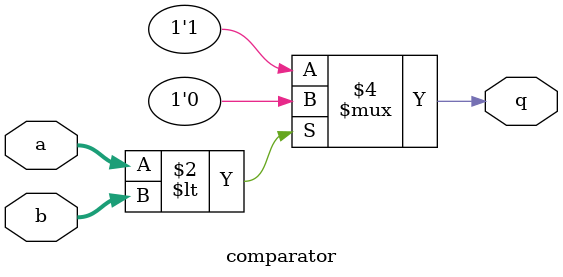
<source format=v>
module comparator (
    q,
    a,
    b
);
  parameter integer N = 8;
  input [N-1:0] a, b;
  output q;

  // assign q = (a<b)?1'b0:1'b1;
  always @* begin
    if (a < b) begin
      q = 1'b0;
    end else begin
      q = 1'b1;
    end
  end
endmodule

</source>
